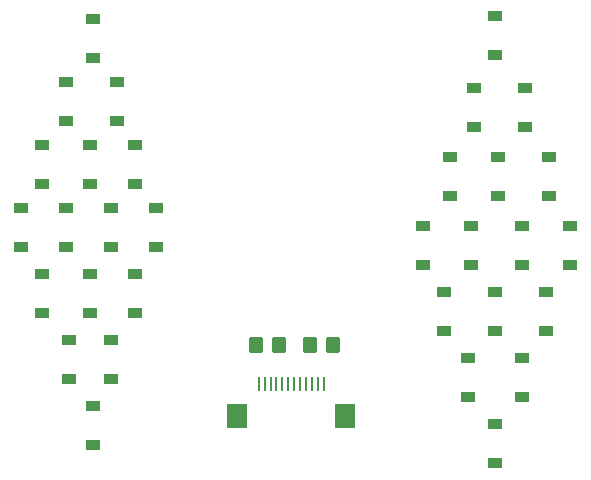
<source format=gbr>
%TF.GenerationSoftware,KiCad,Pcbnew,(6.0.4)*%
%TF.CreationDate,2022-08-21T15:28:52+02:00*%
%TF.ProjectId,Asfoora,4173666f-6f72-4612-9e6b-696361645f70,rev?*%
%TF.SameCoordinates,Original*%
%TF.FileFunction,Paste,Top*%
%TF.FilePolarity,Positive*%
%FSLAX46Y46*%
G04 Gerber Fmt 4.6, Leading zero omitted, Abs format (unit mm)*
G04 Created by KiCad (PCBNEW (6.0.4)) date 2022-08-21 15:28:52*
%MOMM*%
%LPD*%
G01*
G04 APERTURE LIST*
G04 Aperture macros list*
%AMRoundRect*
0 Rectangle with rounded corners*
0 $1 Rounding radius*
0 $2 $3 $4 $5 $6 $7 $8 $9 X,Y pos of 4 corners*
0 Add a 4 corners polygon primitive as box body*
4,1,4,$2,$3,$4,$5,$6,$7,$8,$9,$2,$3,0*
0 Add four circle primitives for the rounded corners*
1,1,$1+$1,$2,$3*
1,1,$1+$1,$4,$5*
1,1,$1+$1,$6,$7*
1,1,$1+$1,$8,$9*
0 Add four rect primitives between the rounded corners*
20,1,$1+$1,$2,$3,$4,$5,0*
20,1,$1+$1,$4,$5,$6,$7,0*
20,1,$1+$1,$6,$7,$8,$9,0*
20,1,$1+$1,$8,$9,$2,$3,0*%
G04 Aperture macros list end*
%ADD10R,1.200000X0.900000*%
%ADD11RoundRect,0.250000X0.350000X0.450000X-0.350000X0.450000X-0.350000X-0.450000X0.350000X-0.450000X0*%
%ADD12R,0.280000X1.250000*%
%ADD13R,1.800000X2.000000*%
%ADD14RoundRect,0.250000X-0.350000X-0.450000X0.350000X-0.450000X0.350000X0.450000X-0.350000X0.450000X0*%
G04 APERTURE END LIST*
D10*
%TO.C,D27*%
X170180000Y-103760000D03*
X170180000Y-107060000D03*
%TD*%
D11*
%TO.C,R1*%
X151892000Y-108204000D03*
X149892000Y-108204000D03*
%TD*%
D10*
%TO.C,D16*%
X136144000Y-113412000D03*
X136144000Y-116712000D03*
%TD*%
%TO.C,D7*%
X133858000Y-96648000D03*
X133858000Y-99948000D03*
%TD*%
%TO.C,D2*%
X133858000Y-85980000D03*
X133858000Y-89280000D03*
%TD*%
%TO.C,D29*%
X164084000Y-98172000D03*
X164084000Y-101472000D03*
%TD*%
%TO.C,D21*%
X168402000Y-86488000D03*
X168402000Y-89788000D03*
%TD*%
%TO.C,D20*%
X176530000Y-98172000D03*
X176530000Y-101472000D03*
%TD*%
%TO.C,D23*%
X172466000Y-98172000D03*
X172466000Y-101472000D03*
%TD*%
D12*
%TO.C,J1*%
X150158000Y-111550000D03*
X150658000Y-111550000D03*
X151158000Y-111550000D03*
X151658000Y-111550000D03*
X152158000Y-111550000D03*
X152658000Y-111550000D03*
X153158000Y-111550000D03*
X153658000Y-111550000D03*
X154158000Y-111550000D03*
X154658000Y-111550000D03*
X155158000Y-111550000D03*
X155658000Y-111550000D03*
D13*
X157458000Y-114274000D03*
X148358000Y-114274000D03*
%TD*%
D10*
%TO.C,D13*%
X141478000Y-96648000D03*
X141478000Y-99948000D03*
%TD*%
%TO.C,D3*%
X131826000Y-91314000D03*
X131826000Y-94614000D03*
%TD*%
%TO.C,D24*%
X174498000Y-103760000D03*
X174498000Y-107060000D03*
%TD*%
D14*
%TO.C,R2*%
X154464000Y-108204000D03*
X156464000Y-108204000D03*
%TD*%
D10*
%TO.C,D9*%
X139700000Y-91314000D03*
X139700000Y-94614000D03*
%TD*%
%TO.C,D18*%
X172720000Y-86488000D03*
X172720000Y-89788000D03*
%TD*%
%TO.C,D5*%
X138176000Y-85980000D03*
X138176000Y-89280000D03*
%TD*%
%TO.C,D6*%
X135890000Y-91314000D03*
X135890000Y-94614000D03*
%TD*%
%TO.C,D12*%
X134112000Y-107824000D03*
X134112000Y-111124000D03*
%TD*%
%TO.C,D30*%
X165862000Y-103760000D03*
X165862000Y-107060000D03*
%TD*%
%TO.C,D4*%
X130048000Y-96648000D03*
X130048000Y-99948000D03*
%TD*%
%TO.C,D8*%
X131826000Y-102236000D03*
X131826000Y-105536000D03*
%TD*%
%TO.C,D1*%
X136144000Y-80646000D03*
X136144000Y-83946000D03*
%TD*%
%TO.C,D14*%
X139700000Y-102236000D03*
X139700000Y-105536000D03*
%TD*%
%TO.C,D19*%
X174752000Y-92330000D03*
X174752000Y-95630000D03*
%TD*%
%TO.C,D15*%
X137668000Y-107824000D03*
X137668000Y-111124000D03*
%TD*%
%TO.C,D17*%
X170180000Y-80392000D03*
X170180000Y-83692000D03*
%TD*%
%TO.C,D10*%
X137668000Y-96648000D03*
X137668000Y-99948000D03*
%TD*%
%TO.C,D31*%
X167894000Y-109348000D03*
X167894000Y-112648000D03*
%TD*%
%TO.C,D11*%
X135890000Y-102236000D03*
X135890000Y-105536000D03*
%TD*%
%TO.C,D32*%
X170180000Y-114936000D03*
X170180000Y-118236000D03*
%TD*%
%TO.C,D22*%
X170434000Y-92330000D03*
X170434000Y-95630000D03*
%TD*%
%TO.C,D26*%
X168148000Y-98172000D03*
X168148000Y-101472000D03*
%TD*%
%TO.C,D25*%
X166370000Y-92330000D03*
X166370000Y-95630000D03*
%TD*%
%TO.C,D28*%
X172466000Y-109348000D03*
X172466000Y-112648000D03*
%TD*%
M02*

</source>
